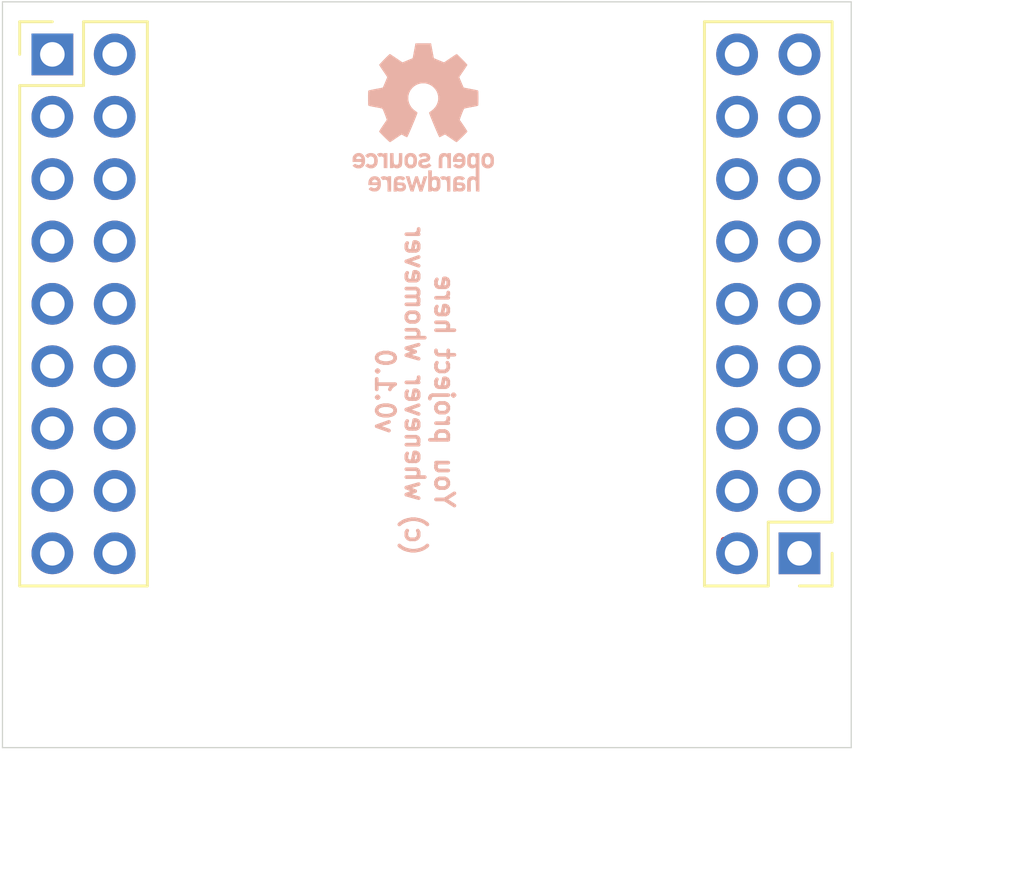
<source format=kicad_pcb>
(kicad_pcb (version 20171130) (host pcbnew "(5.1.9-0-10_14)")

  (general
    (thickness 1.6)
    (drawings 7)
    (tracks 2)
    (zones 0)
    (modules 3)
    (nets 36)
  )

  (page A4)
  (layers
    (0 F.Cu signal)
    (31 B.Cu signal)
    (32 B.Adhes user)
    (33 F.Adhes user)
    (34 B.Paste user)
    (35 F.Paste user)
    (36 B.SilkS user)
    (37 F.SilkS user)
    (38 B.Mask user)
    (39 F.Mask user)
    (40 Dwgs.User user)
    (41 Cmts.User user)
    (42 Eco1.User user)
    (43 Eco2.User user)
    (44 Edge.Cuts user)
    (45 Margin user)
    (46 B.CrtYd user)
    (47 F.CrtYd user)
    (48 B.Fab user)
    (49 F.Fab user)
  )

  (setup
    (last_trace_width 0.25)
    (trace_clearance 0.2)
    (zone_clearance 0.508)
    (zone_45_only no)
    (trace_min 0.2)
    (via_size 0.8)
    (via_drill 0.4)
    (via_min_size 0.4)
    (via_min_drill 0.3)
    (uvia_size 0.3)
    (uvia_drill 0.1)
    (uvias_allowed no)
    (uvia_min_size 0.2)
    (uvia_min_drill 0.1)
    (edge_width 0.05)
    (segment_width 0.2)
    (pcb_text_width 0.3)
    (pcb_text_size 1.5 1.5)
    (mod_edge_width 0.12)
    (mod_text_size 1 1)
    (mod_text_width 0.15)
    (pad_size 1.524 1.524)
    (pad_drill 0.762)
    (pad_to_mask_clearance 0)
    (aux_axis_origin 0 0)
    (grid_origin 132.7404 108.0516)
    (visible_elements FFFFFF7F)
    (pcbplotparams
      (layerselection 0x010fc_ffffffff)
      (usegerberextensions false)
      (usegerberattributes true)
      (usegerberadvancedattributes true)
      (creategerberjobfile true)
      (excludeedgelayer true)
      (linewidth 0.100000)
      (plotframeref false)
      (viasonmask false)
      (mode 1)
      (useauxorigin false)
      (hpglpennumber 1)
      (hpglpenspeed 20)
      (hpglpendiameter 15.000000)
      (psnegative false)
      (psa4output false)
      (plotreference true)
      (plotvalue true)
      (plotinvisibletext false)
      (padsonsilk false)
      (subtractmaskfromsilk false)
      (outputformat 1)
      (mirror false)
      (drillshape 1)
      (scaleselection 1)
      (outputdirectory ""))
  )

  (net 0 "")
  (net 1 /VDD)
  (net 2 /EN)
  (net 3 /IO34)
  (net 4 /IO35)
  (net 5 /IO32)
  (net 6 /IO33)
  (net 7 /IO25)
  (net 8 /IO26)
  (net 9 /IO27)
  (net 10 /IO14)
  (net 11 /IO12)
  (net 12 /IO13)
  (net 13 /SD2)
  (net 14 /SD3)
  (net 15 /IO22)
  (net 16 /IO21)
  (net 17 /IO23)
  (net 18 /IO19)
  (net 19 /IO18)
  (net 20 /IO5)
  (net 21 /IO17)
  (net 22 /IO16)
  (net 23 /IO4)
  (net 24 /IO0)
  (net 25 /IO2)
  (net 26 /IO15)
  (net 27 /SD1)
  (net 28 /SDO)
  (net 29 /CLK)
  (net 30 /CMD)
  (net 31 /GND)
  (net 32 /SVP)
  (net 33 /SVN)
  (net 34 /TXD)
  (net 35 /RXD)

  (net_class Default "This is the default net class."
    (clearance 0.2)
    (trace_width 0.25)
    (via_dia 0.8)
    (via_drill 0.4)
    (uvia_dia 0.3)
    (uvia_drill 0.1)
    (add_net /CLK)
    (add_net /CMD)
    (add_net /EN)
    (add_net /GND)
    (add_net /IO0)
    (add_net /IO12)
    (add_net /IO13)
    (add_net /IO14)
    (add_net /IO15)
    (add_net /IO16)
    (add_net /IO17)
    (add_net /IO18)
    (add_net /IO19)
    (add_net /IO2)
    (add_net /IO21)
    (add_net /IO22)
    (add_net /IO23)
    (add_net /IO25)
    (add_net /IO26)
    (add_net /IO27)
    (add_net /IO32)
    (add_net /IO33)
    (add_net /IO34)
    (add_net /IO35)
    (add_net /IO4)
    (add_net /IO5)
    (add_net /RXD)
    (add_net /SD1)
    (add_net /SD2)
    (add_net /SD3)
    (add_net /SDO)
    (add_net /SVN)
    (add_net /SVP)
    (add_net /TXD)
    (add_net /VDD)
  )

  (module Symbol:OSHW-Logo_5.7x6mm_SilkScreen (layer B.Cu) (tedit 0) (tstamp 618880CD)
    (at 142.621 90.9574 180)
    (descr "Open Source Hardware Logo")
    (tags "Logo OSHW")
    (attr virtual)
    (fp_text reference REF** (at 0 0) (layer B.SilkS) hide
      (effects (font (size 1 1) (thickness 0.15)) (justify mirror))
    )
    (fp_text value OSHW-Logo_5.7x6mm_SilkScreen (at 0.75 0) (layer B.Fab) hide
      (effects (font (size 1 1) (thickness 0.15)) (justify mirror))
    )
    (fp_poly (pts (xy 0.376964 2.709982) (xy 0.433812 2.40843) (xy 0.853338 2.235488) (xy 1.104984 2.406605)
      (xy 1.175458 2.45425) (xy 1.239163 2.49679) (xy 1.293126 2.532285) (xy 1.334373 2.55879)
      (xy 1.359934 2.574364) (xy 1.366895 2.577722) (xy 1.379435 2.569086) (xy 1.406231 2.545208)
      (xy 1.44428 2.509141) (xy 1.490579 2.463933) (xy 1.542123 2.412636) (xy 1.595909 2.358299)
      (xy 1.648935 2.303972) (xy 1.698195 2.252705) (xy 1.740687 2.207549) (xy 1.773407 2.171554)
      (xy 1.793351 2.14777) (xy 1.798119 2.13981) (xy 1.791257 2.125135) (xy 1.77202 2.092986)
      (xy 1.74243 2.046508) (xy 1.70451 1.988844) (xy 1.660282 1.92314) (xy 1.634654 1.885664)
      (xy 1.587941 1.817232) (xy 1.546432 1.75548) (xy 1.51214 1.703481) (xy 1.48708 1.664308)
      (xy 1.473264 1.641035) (xy 1.471188 1.636145) (xy 1.475895 1.622245) (xy 1.488723 1.58985)
      (xy 1.507738 1.543515) (xy 1.531003 1.487794) (xy 1.556584 1.427242) (xy 1.582545 1.366414)
      (xy 1.60695 1.309864) (xy 1.627863 1.262148) (xy 1.643349 1.227819) (xy 1.651472 1.211432)
      (xy 1.651952 1.210788) (xy 1.664707 1.207659) (xy 1.698677 1.200679) (xy 1.75034 1.190533)
      (xy 1.816176 1.177908) (xy 1.892664 1.163491) (xy 1.93729 1.155177) (xy 2.019021 1.139616)
      (xy 2.092843 1.124808) (xy 2.155021 1.111564) (xy 2.201822 1.100695) (xy 2.229509 1.093011)
      (xy 2.235074 1.090573) (xy 2.240526 1.07407) (xy 2.244924 1.0368) (xy 2.248272 0.98312)
      (xy 2.250574 0.917388) (xy 2.251832 0.843963) (xy 2.252048 0.767204) (xy 2.251227 0.691468)
      (xy 2.249371 0.621114) (xy 2.246482 0.5605) (xy 2.242565 0.513984) (xy 2.237622 0.485925)
      (xy 2.234657 0.480084) (xy 2.216934 0.473083) (xy 2.179381 0.463073) (xy 2.126964 0.451231)
      (xy 2.064652 0.438733) (xy 2.0429 0.43469) (xy 1.938024 0.41548) (xy 1.85518 0.400009)
      (xy 1.79163 0.387663) (xy 1.744637 0.377827) (xy 1.711463 0.369886) (xy 1.689371 0.363224)
      (xy 1.675624 0.357227) (xy 1.667484 0.351281) (xy 1.666345 0.350106) (xy 1.654977 0.331174)
      (xy 1.637635 0.294331) (xy 1.61605 0.244087) (xy 1.591954 0.184954) (xy 1.567079 0.121444)
      (xy 1.543157 0.058068) (xy 1.521919 -0.000662) (xy 1.505097 -0.050235) (xy 1.494422 -0.086139)
      (xy 1.491627 -0.103862) (xy 1.49186 -0.104483) (xy 1.501331 -0.11897) (xy 1.522818 -0.150844)
      (xy 1.554063 -0.196789) (xy 1.592807 -0.253485) (xy 1.636793 -0.317617) (xy 1.649319 -0.335842)
      (xy 1.693984 -0.401914) (xy 1.733288 -0.4622) (xy 1.765088 -0.513235) (xy 1.787245 -0.55156)
      (xy 1.797617 -0.573711) (xy 1.798119 -0.576432) (xy 1.789405 -0.590736) (xy 1.765325 -0.619072)
      (xy 1.728976 -0.658396) (xy 1.683453 -0.705661) (xy 1.631852 -0.757823) (xy 1.577267 -0.811835)
      (xy 1.522794 -0.864653) (xy 1.471529 -0.913231) (xy 1.426567 -0.954523) (xy 1.391004 -0.985485)
      (xy 1.367935 -1.00307) (xy 1.361554 -1.005941) (xy 1.346699 -0.999178) (xy 1.316286 -0.980939)
      (xy 1.275268 -0.954297) (xy 1.243709 -0.932852) (xy 1.186525 -0.893503) (xy 1.118806 -0.847171)
      (xy 1.05088 -0.800913) (xy 1.014361 -0.776155) (xy 0.890752 -0.692547) (xy 0.786991 -0.74865)
      (xy 0.73972 -0.773228) (xy 0.699523 -0.792331) (xy 0.672326 -0.803227) (xy 0.665402 -0.804743)
      (xy 0.657077 -0.793549) (xy 0.640654 -0.761917) (xy 0.617357 -0.712765) (xy 0.588414 -0.64901)
      (xy 0.55505 -0.573571) (xy 0.518491 -0.489364) (xy 0.479964 -0.399308) (xy 0.440694 -0.306321)
      (xy 0.401908 -0.21332) (xy 0.36483 -0.123223) (xy 0.330689 -0.038948) (xy 0.300708 0.036587)
      (xy 0.276116 0.100466) (xy 0.258136 0.149769) (xy 0.247997 0.181579) (xy 0.246366 0.192504)
      (xy 0.259291 0.206439) (xy 0.287589 0.22906) (xy 0.325346 0.255667) (xy 0.328515 0.257772)
      (xy 0.4261 0.335886) (xy 0.504786 0.427018) (xy 0.563891 0.528255) (xy 0.602732 0.636682)
      (xy 0.620628 0.749386) (xy 0.616897 0.863452) (xy 0.590857 0.975966) (xy 0.541825 1.084015)
      (xy 0.5274 1.107655) (xy 0.452369 1.203113) (xy 0.36373 1.279768) (xy 0.264549 1.33722)
      (xy 0.157895 1.375071) (xy 0.046836 1.392922) (xy -0.065561 1.390375) (xy -0.176227 1.36703)
      (xy -0.282094 1.32249) (xy -0.380095 1.256355) (xy -0.41041 1.229513) (xy -0.487562 1.145488)
      (xy -0.543782 1.057034) (xy -0.582347 0.957885) (xy -0.603826 0.859697) (xy -0.609128 0.749303)
      (xy -0.591448 0.63836) (xy -0.552581 0.530619) (xy -0.494323 0.429831) (xy -0.418469 0.339744)
      (xy -0.326817 0.264108) (xy -0.314772 0.256136) (xy -0.276611 0.230026) (xy -0.247601 0.207405)
      (xy -0.233732 0.192961) (xy -0.233531 0.192504) (xy -0.236508 0.176879) (xy -0.248311 0.141418)
      (xy -0.267714 0.089038) (xy -0.293488 0.022655) (xy -0.324409 -0.054814) (xy -0.359249 -0.14045)
      (xy -0.396783 -0.231337) (xy -0.435783 -0.324559) (xy -0.475023 -0.417197) (xy -0.513276 -0.506335)
      (xy -0.549317 -0.589055) (xy -0.581917 -0.662441) (xy -0.609852 -0.723575) (xy -0.631895 -0.769541)
      (xy -0.646818 -0.797421) (xy -0.652828 -0.804743) (xy -0.671191 -0.799041) (xy -0.705552 -0.783749)
      (xy -0.749984 -0.761599) (xy -0.774417 -0.74865) (xy -0.878178 -0.692547) (xy -1.001787 -0.776155)
      (xy -1.064886 -0.818987) (xy -1.13397 -0.866122) (xy -1.198707 -0.910503) (xy -1.231134 -0.932852)
      (xy -1.276741 -0.963477) (xy -1.31536 -0.987747) (xy -1.341952 -1.002587) (xy -1.35059 -1.005724)
      (xy -1.363161 -0.997261) (xy -1.390984 -0.973636) (xy -1.431361 -0.937302) (xy -1.481595 -0.890711)
      (xy -1.538988 -0.836317) (xy -1.575286 -0.801392) (xy -1.63879 -0.738996) (xy -1.693673 -0.683188)
      (xy -1.737714 -0.636354) (xy -1.768695 -0.600882) (xy -1.784398 -0.579161) (xy -1.785905 -0.574752)
      (xy -1.778914 -0.557985) (xy -1.759594 -0.524082) (xy -1.730091 -0.476476) (xy -1.692545 -0.418599)
      (xy -1.6491 -0.353884) (xy -1.636745 -0.335842) (xy -1.591727 -0.270267) (xy -1.55134 -0.211228)
      (xy -1.51784 -0.162042) (xy -1.493486 -0.126028) (xy -1.480536 -0.106502) (xy -1.479285 -0.104483)
      (xy -1.481156 -0.088922) (xy -1.491087 -0.054709) (xy -1.507347 -0.006355) (xy -1.528205 0.051629)
      (xy -1.551927 0.11473) (xy -1.576784 0.178437) (xy -1.601042 0.238239) (xy -1.622971 0.289624)
      (xy -1.640838 0.328081) (xy -1.652913 0.349098) (xy -1.653771 0.350106) (xy -1.661154 0.356112)
      (xy -1.673625 0.362052) (xy -1.69392 0.36854) (xy -1.724778 0.376191) (xy -1.768934 0.38562)
      (xy -1.829126 0.397441) (xy -1.908093 0.412271) (xy -2.00857 0.430723) (xy -2.030325 0.43469)
      (xy -2.094802 0.447147) (xy -2.151011 0.459334) (xy -2.193987 0.470074) (xy -2.21876 0.478191)
      (xy -2.222082 0.480084) (xy -2.227556 0.496862) (xy -2.232006 0.534355) (xy -2.235428 0.588206)
      (xy -2.237819 0.654056) (xy -2.239177 0.727547) (xy -2.239499 0.80432) (xy -2.238781 0.880017)
      (xy -2.237021 0.95028) (xy -2.234216 1.01075) (xy -2.230362 1.05707) (xy -2.225457 1.084881)
      (xy -2.2225 1.090573) (xy -2.206037 1.096314) (xy -2.168551 1.105655) (xy -2.113775 1.117785)
      (xy -2.045445 1.131893) (xy -1.967294 1.14717) (xy -1.924716 1.155177) (xy -1.843929 1.170279)
      (xy -1.771887 1.18396) (xy -1.712111 1.195533) (xy -1.668121 1.204313) (xy -1.643439 1.209613)
      (xy -1.639377 1.210788) (xy -1.632511 1.224035) (xy -1.617998 1.255943) (xy -1.597771 1.301953)
      (xy -1.573766 1.357508) (xy -1.547918 1.418047) (xy -1.52216 1.479014) (xy -1.498427 1.535849)
      (xy -1.478654 1.583994) (xy -1.464776 1.61889) (xy -1.458726 1.635979) (xy -1.458614 1.636726)
      (xy -1.465472 1.650207) (xy -1.484698 1.68123) (xy -1.514272 1.726711) (xy -1.552173 1.783568)
      (xy -1.59638 1.848717) (xy -1.622079 1.886138) (xy -1.668907 1.954753) (xy -1.710499 2.017048)
      (xy -1.744825 2.069871) (xy -1.769857 2.110073) (xy -1.783565 2.1345) (xy -1.785544 2.139976)
      (xy -1.777034 2.152722) (xy -1.753507 2.179937) (xy -1.717968 2.218572) (xy -1.673423 2.265577)
      (xy -1.622877 2.317905) (xy -1.569336 2.372505) (xy -1.515805 2.42633) (xy -1.465289 2.47633)
      (xy -1.420794 2.519457) (xy -1.385325 2.552661) (xy -1.361887 2.572894) (xy -1.354046 2.577722)
      (xy -1.34128 2.570933) (xy -1.310744 2.551858) (xy -1.26541 2.522439) (xy -1.208244 2.484619)
      (xy -1.142216 2.440339) (xy -1.09241 2.406605) (xy -0.840764 2.235488) (xy -0.631001 2.321959)
      (xy -0.421237 2.40843) (xy -0.364389 2.709982) (xy -0.30754 3.011534) (xy 0.320115 3.011534)
      (xy 0.376964 2.709982)) (layer B.SilkS) (width 0.01))
    (fp_poly (pts (xy 1.79946 -1.45803) (xy 1.842711 -1.471245) (xy 1.870558 -1.487941) (xy 1.879629 -1.501145)
      (xy 1.877132 -1.516797) (xy 1.860931 -1.541385) (xy 1.847232 -1.5588) (xy 1.818992 -1.590283)
      (xy 1.797775 -1.603529) (xy 1.779688 -1.602664) (xy 1.726035 -1.58901) (xy 1.68663 -1.58963)
      (xy 1.654632 -1.605104) (xy 1.64389 -1.614161) (xy 1.609505 -1.646027) (xy 1.609505 -2.062179)
      (xy 1.471188 -2.062179) (xy 1.471188 -1.458614) (xy 1.540347 -1.458614) (xy 1.581869 -1.460256)
      (xy 1.603291 -1.466087) (xy 1.609502 -1.477461) (xy 1.609505 -1.477798) (xy 1.612439 -1.489713)
      (xy 1.625704 -1.488159) (xy 1.644084 -1.479563) (xy 1.682046 -1.463568) (xy 1.712872 -1.453945)
      (xy 1.752536 -1.451478) (xy 1.79946 -1.45803)) (layer B.SilkS) (width 0.01))
    (fp_poly (pts (xy -0.754012 -1.469002) (xy -0.722717 -1.48395) (xy -0.692409 -1.505541) (xy -0.669318 -1.530391)
      (xy -0.6525 -1.562087) (xy -0.641006 -1.604214) (xy -0.633891 -1.660358) (xy -0.630207 -1.734106)
      (xy -0.629008 -1.829044) (xy -0.628989 -1.838985) (xy -0.628713 -2.062179) (xy -0.76703 -2.062179)
      (xy -0.76703 -1.856418) (xy -0.767128 -1.780189) (xy -0.767809 -1.724939) (xy -0.769651 -1.686501)
      (xy -0.773233 -1.660706) (xy -0.779132 -1.643384) (xy -0.787927 -1.630368) (xy -0.80018 -1.617507)
      (xy -0.843047 -1.589873) (xy -0.889843 -1.584745) (xy -0.934424 -1.602217) (xy -0.949928 -1.615221)
      (xy -0.96131 -1.627447) (xy -0.969481 -1.64054) (xy -0.974974 -1.658615) (xy -0.97832 -1.685787)
      (xy -0.980051 -1.72617) (xy -0.980697 -1.783879) (xy -0.980792 -1.854132) (xy -0.980792 -2.062179)
      (xy -1.119109 -2.062179) (xy -1.119109 -1.458614) (xy -1.04995 -1.458614) (xy -1.008428 -1.460256)
      (xy -0.987006 -1.466087) (xy -0.980795 -1.477461) (xy -0.980792 -1.477798) (xy -0.97791 -1.488938)
      (xy -0.965199 -1.487674) (xy -0.939926 -1.475434) (xy -0.882605 -1.457424) (xy -0.817037 -1.455421)
      (xy -0.754012 -1.469002)) (layer B.SilkS) (width 0.01))
    (fp_poly (pts (xy 2.677898 -1.456457) (xy 2.710096 -1.464279) (xy 2.771825 -1.492921) (xy 2.82461 -1.536667)
      (xy 2.861141 -1.589117) (xy 2.86616 -1.600893) (xy 2.873045 -1.63174) (xy 2.877864 -1.677371)
      (xy 2.879505 -1.723492) (xy 2.879505 -1.810693) (xy 2.697178 -1.810693) (xy 2.621979 -1.810978)
      (xy 2.569003 -1.812704) (xy 2.535325 -1.817181) (xy 2.51802 -1.82572) (xy 2.514163 -1.83963)
      (xy 2.520829 -1.860222) (xy 2.53277 -1.884315) (xy 2.56608 -1.924525) (xy 2.612368 -1.944558)
      (xy 2.668944 -1.943905) (xy 2.733031 -1.922101) (xy 2.788417 -1.895193) (xy 2.834375 -1.931532)
      (xy 2.880333 -1.967872) (xy 2.837096 -2.007819) (xy 2.779374 -2.045563) (xy 2.708386 -2.06832)
      (xy 2.632029 -2.074688) (xy 2.558199 -2.063268) (xy 2.546287 -2.059393) (xy 2.481399 -2.025506)
      (xy 2.43313 -1.974986) (xy 2.400465 -1.906325) (xy 2.382385 -1.818014) (xy 2.382175 -1.816121)
      (xy 2.380556 -1.719878) (xy 2.3871 -1.685542) (xy 2.514852 -1.685542) (xy 2.526584 -1.690822)
      (xy 2.558438 -1.694867) (xy 2.605397 -1.697176) (xy 2.635154 -1.697525) (xy 2.690648 -1.697306)
      (xy 2.725346 -1.695916) (xy 2.743601 -1.692251) (xy 2.749766 -1.68521) (xy 2.748195 -1.67369)
      (xy 2.746878 -1.669233) (xy 2.724382 -1.627355) (xy 2.689003 -1.593604) (xy 2.65778 -1.578773)
      (xy 2.616301 -1.579668) (xy 2.574269 -1.598164) (xy 2.539012 -1.628786) (xy 2.517854 -1.666062)
      (xy 2.514852 -1.685542) (xy 2.3871 -1.685542) (xy 2.39669 -1.635229) (xy 2.428698 -1.564191)
      (xy 2.474701 -1.508779) (xy 2.532821 -1.471009) (xy 2.60118 -1.452896) (xy 2.677898 -1.456457)) (layer B.SilkS) (width 0.01))
    (fp_poly (pts (xy 2.217226 -1.46388) (xy 2.29008 -1.49483) (xy 2.313027 -1.509895) (xy 2.342354 -1.533048)
      (xy 2.360764 -1.551253) (xy 2.363961 -1.557183) (xy 2.354935 -1.57034) (xy 2.331837 -1.592667)
      (xy 2.313344 -1.60825) (xy 2.262728 -1.648926) (xy 2.22276 -1.615295) (xy 2.191874 -1.593584)
      (xy 2.161759 -1.58609) (xy 2.127292 -1.58792) (xy 2.072561 -1.601528) (xy 2.034886 -1.629772)
      (xy 2.011991 -1.675433) (xy 2.001597 -1.741289) (xy 2.001595 -1.741331) (xy 2.002494 -1.814939)
      (xy 2.016463 -1.868946) (xy 2.044328 -1.905716) (xy 2.063325 -1.918168) (xy 2.113776 -1.933673)
      (xy 2.167663 -1.933683) (xy 2.214546 -1.918638) (xy 2.225644 -1.911287) (xy 2.253476 -1.892511)
      (xy 2.275236 -1.889434) (xy 2.298704 -1.903409) (xy 2.324649 -1.92851) (xy 2.365716 -1.97088)
      (xy 2.320121 -2.008464) (xy 2.249674 -2.050882) (xy 2.170233 -2.071785) (xy 2.087215 -2.070272)
      (xy 2.032694 -2.056411) (xy 1.96897 -2.022135) (xy 1.918005 -1.968212) (xy 1.894851 -1.930149)
      (xy 1.876099 -1.875536) (xy 1.866715 -1.806369) (xy 1.866643 -1.731407) (xy 1.875824 -1.659409)
      (xy 1.894199 -1.599137) (xy 1.897093 -1.592958) (xy 1.939952 -1.532351) (xy 1.997979 -1.488224)
      (xy 2.066591 -1.461493) (xy 2.141201 -1.453073) (xy 2.217226 -1.46388)) (layer B.SilkS) (width 0.01))
    (fp_poly (pts (xy 0.993367 -1.654342) (xy 0.994555 -1.746563) (xy 0.998897 -1.81661) (xy 1.007558 -1.867381)
      (xy 1.021704 -1.901772) (xy 1.0425 -1.922679) (xy 1.07111 -1.933) (xy 1.106535 -1.935636)
      (xy 1.143636 -1.932682) (xy 1.171818 -1.921889) (xy 1.192243 -1.90036) (xy 1.206079 -1.865199)
      (xy 1.214491 -1.81351) (xy 1.218643 -1.742394) (xy 1.219703 -1.654342) (xy 1.219703 -1.458614)
      (xy 1.35802 -1.458614) (xy 1.35802 -2.062179) (xy 1.288862 -2.062179) (xy 1.24717 -2.060489)
      (xy 1.225701 -2.054556) (xy 1.219703 -2.043293) (xy 1.216091 -2.033261) (xy 1.201714 -2.035383)
      (xy 1.172736 -2.04958) (xy 1.106319 -2.07148) (xy 1.035875 -2.069928) (xy 0.968377 -2.046147)
      (xy 0.936233 -2.027362) (xy 0.911715 -2.007022) (xy 0.893804 -1.981573) (xy 0.881479 -1.947458)
      (xy 0.873723 -1.901121) (xy 0.869516 -1.839007) (xy 0.86784 -1.757561) (xy 0.867624 -1.694578)
      (xy 0.867624 -1.458614) (xy 0.993367 -1.458614) (xy 0.993367 -1.654342)) (layer B.SilkS) (width 0.01))
    (fp_poly (pts (xy 0.610762 -1.466055) (xy 0.674363 -1.500692) (xy 0.724123 -1.555372) (xy 0.747568 -1.599842)
      (xy 0.757634 -1.639121) (xy 0.764156 -1.695116) (xy 0.766951 -1.759621) (xy 0.765836 -1.824429)
      (xy 0.760626 -1.881334) (xy 0.754541 -1.911727) (xy 0.734014 -1.953306) (xy 0.698463 -1.997468)
      (xy 0.655619 -2.036087) (xy 0.613211 -2.061034) (xy 0.612177 -2.06143) (xy 0.559553 -2.072331)
      (xy 0.497188 -2.072601) (xy 0.437924 -2.062676) (xy 0.41504 -2.054722) (xy 0.356102 -2.0213)
      (xy 0.31389 -1.977511) (xy 0.286156 -1.919538) (xy 0.270651 -1.843565) (xy 0.267143 -1.803771)
      (xy 0.26759 -1.753766) (xy 0.402376 -1.753766) (xy 0.406917 -1.826732) (xy 0.419986 -1.882334)
      (xy 0.440756 -1.917861) (xy 0.455552 -1.92802) (xy 0.493464 -1.935104) (xy 0.538527 -1.933007)
      (xy 0.577487 -1.922812) (xy 0.587704 -1.917204) (xy 0.614659 -1.884538) (xy 0.632451 -1.834545)
      (xy 0.640024 -1.773705) (xy 0.636325 -1.708497) (xy 0.628057 -1.669253) (xy 0.60432 -1.623805)
      (xy 0.566849 -1.595396) (xy 0.52172 -1.585573) (xy 0.475011 -1.595887) (xy 0.439132 -1.621112)
      (xy 0.420277 -1.641925) (xy 0.409272 -1.662439) (xy 0.404026 -1.690203) (xy 0.402449 -1.732762)
      (xy 0.402376 -1.753766) (xy 0.26759 -1.753766) (xy 0.268094 -1.69758) (xy 0.285388 -1.610501)
      (xy 0.319029 -1.54253) (xy 0.369018 -1.493664) (xy 0.435356 -1.463899) (xy 0.449601 -1.460448)
      (xy 0.53521 -1.452345) (xy 0.610762 -1.466055)) (layer B.SilkS) (width 0.01))
    (fp_poly (pts (xy 0.014017 -1.456452) (xy 0.061634 -1.465482) (xy 0.111034 -1.48437) (xy 0.116312 -1.486777)
      (xy 0.153774 -1.506476) (xy 0.179717 -1.524781) (xy 0.188103 -1.536508) (xy 0.180117 -1.555632)
      (xy 0.16072 -1.58385) (xy 0.15211 -1.594384) (xy 0.116628 -1.635847) (xy 0.070885 -1.608858)
      (xy 0.02735 -1.590878) (xy -0.02295 -1.581267) (xy -0.071188 -1.58066) (xy -0.108533 -1.589691)
      (xy -0.117495 -1.595327) (xy -0.134563 -1.621171) (xy -0.136637 -1.650941) (xy -0.123866 -1.674197)
      (xy -0.116312 -1.678708) (xy -0.093675 -1.684309) (xy -0.053885 -1.690892) (xy -0.004834 -1.697183)
      (xy 0.004215 -1.69817) (xy 0.082996 -1.711798) (xy 0.140136 -1.734946) (xy 0.17803 -1.769752)
      (xy 0.199079 -1.818354) (xy 0.205635 -1.877718) (xy 0.196577 -1.945198) (xy 0.167164 -1.998188)
      (xy 0.117278 -2.036783) (xy 0.0468 -2.061081) (xy -0.031435 -2.070667) (xy -0.095234 -2.070552)
      (xy -0.146984 -2.061845) (xy -0.182327 -2.049825) (xy -0.226983 -2.02888) (xy -0.268253 -2.004574)
      (xy -0.282921 -1.993876) (xy -0.320643 -1.963084) (xy -0.275148 -1.917049) (xy -0.229653 -1.871013)
      (xy -0.177928 -1.905243) (xy -0.126048 -1.930952) (xy -0.070649 -1.944399) (xy -0.017395 -1.945818)
      (xy 0.028049 -1.935443) (xy 0.060016 -1.913507) (xy 0.070338 -1.894998) (xy 0.068789 -1.865314)
      (xy 0.04314 -1.842615) (xy -0.00654 -1.82694) (xy -0.060969 -1.819695) (xy -0.144736 -1.805873)
      (xy -0.206967 -1.779796) (xy -0.248493 -1.740699) (xy -0.270147 -1.68782) (xy -0.273147 -1.625126)
      (xy -0.258329 -1.559642) (xy -0.224546 -1.510144) (xy -0.171495 -1.476408) (xy -0.098874 -1.458207)
      (xy -0.045072 -1.454639) (xy 0.014017 -1.456452)) (layer B.SilkS) (width 0.01))
    (fp_poly (pts (xy -1.356699 -1.472614) (xy -1.344168 -1.478514) (xy -1.300799 -1.510283) (xy -1.25979 -1.556646)
      (xy -1.229168 -1.607696) (xy -1.220459 -1.631166) (xy -1.212512 -1.673091) (xy -1.207774 -1.723757)
      (xy -1.207199 -1.744679) (xy -1.207129 -1.810693) (xy -1.587083 -1.810693) (xy -1.578983 -1.845273)
      (xy -1.559104 -1.88617) (xy -1.524347 -1.921514) (xy -1.482998 -1.944282) (xy -1.456649 -1.94901)
      (xy -1.420916 -1.943273) (xy -1.378282 -1.928882) (xy -1.363799 -1.922262) (xy -1.31024 -1.895513)
      (xy -1.264533 -1.930376) (xy -1.238158 -1.953955) (xy -1.224124 -1.973417) (xy -1.223414 -1.979129)
      (xy -1.235951 -1.992973) (xy -1.263428 -2.014012) (xy -1.288366 -2.030425) (xy -1.355664 -2.05993)
      (xy -1.43111 -2.073284) (xy -1.505888 -2.069812) (xy -1.565495 -2.051663) (xy -1.626941 -2.012784)
      (xy -1.670608 -1.961595) (xy -1.697926 -1.895367) (xy -1.710322 -1.811371) (xy -1.711421 -1.772936)
      (xy -1.707022 -1.684861) (xy -1.706482 -1.682299) (xy -1.580582 -1.682299) (xy -1.577115 -1.690558)
      (xy -1.562863 -1.695113) (xy -1.53347 -1.697065) (xy -1.484575 -1.697517) (xy -1.465748 -1.697525)
      (xy -1.408467 -1.696843) (xy -1.372141 -1.694364) (xy -1.352604 -1.689443) (xy -1.34569 -1.681434)
      (xy -1.345445 -1.678862) (xy -1.353336 -1.658423) (xy -1.373085 -1.629789) (xy -1.381575 -1.619763)
      (xy -1.413094 -1.591408) (xy -1.445949 -1.580259) (xy -1.463651 -1.579327) (xy -1.511539 -1.590981)
      (xy -1.551699 -1.622285) (xy -1.577173 -1.667752) (xy -1.577625 -1.669233) (xy -1.580582 -1.682299)
      (xy -1.706482 -1.682299) (xy -1.692392 -1.61551) (xy -1.666038 -1.560025) (xy -1.633807 -1.520639)
      (xy -1.574217 -1.477931) (xy -1.504168 -1.455109) (xy -1.429661 -1.453046) (xy -1.356699 -1.472614)) (layer B.SilkS) (width 0.01))
    (fp_poly (pts (xy -2.538261 -1.465148) (xy -2.472479 -1.494231) (xy -2.42254 -1.542793) (xy -2.388374 -1.610908)
      (xy -2.369907 -1.698651) (xy -2.368583 -1.712351) (xy -2.367546 -1.808939) (xy -2.380993 -1.893602)
      (xy -2.408108 -1.962221) (xy -2.422627 -1.984294) (xy -2.473201 -2.031011) (xy -2.537609 -2.061268)
      (xy -2.609666 -2.073824) (xy -2.683185 -2.067439) (xy -2.739072 -2.047772) (xy -2.787132 -2.014629)
      (xy -2.826412 -1.971175) (xy -2.827092 -1.970158) (xy -2.843044 -1.943338) (xy -2.85341 -1.916368)
      (xy -2.859688 -1.882332) (xy -2.863373 -1.83431) (xy -2.864997 -1.794931) (xy -2.865672 -1.759219)
      (xy -2.739955 -1.759219) (xy -2.738726 -1.79477) (xy -2.734266 -1.842094) (xy -2.726397 -1.872465)
      (xy -2.712207 -1.894072) (xy -2.698917 -1.906694) (xy -2.651802 -1.933122) (xy -2.602505 -1.936653)
      (xy -2.556593 -1.917639) (xy -2.533638 -1.896331) (xy -2.517096 -1.874859) (xy -2.507421 -1.854313)
      (xy -2.503174 -1.827574) (xy -2.50292 -1.787523) (xy -2.504228 -1.750638) (xy -2.507043 -1.697947)
      (xy -2.511505 -1.663772) (xy -2.519548 -1.64148) (xy -2.533103 -1.624442) (xy -2.543845 -1.614703)
      (xy -2.588777 -1.589123) (xy -2.637249 -1.587847) (xy -2.677894 -1.602999) (xy -2.712567 -1.634642)
      (xy -2.733224 -1.68662) (xy -2.739955 -1.759219) (xy -2.865672 -1.759219) (xy -2.866479 -1.716621)
      (xy -2.863948 -1.658056) (xy -2.856362 -1.614007) (xy -2.842681 -1.579248) (xy -2.821865 -1.548551)
      (xy -2.814147 -1.539436) (xy -2.765889 -1.494021) (xy -2.714128 -1.467493) (xy -2.650828 -1.456379)
      (xy -2.619961 -1.455471) (xy -2.538261 -1.465148)) (layer B.SilkS) (width 0.01))
    (fp_poly (pts (xy 2.032581 -2.40497) (xy 2.092685 -2.420597) (xy 2.143021 -2.452848) (xy 2.167393 -2.47694)
      (xy 2.207345 -2.533895) (xy 2.230242 -2.599965) (xy 2.238108 -2.681182) (xy 2.238148 -2.687748)
      (xy 2.238218 -2.753763) (xy 1.858264 -2.753763) (xy 1.866363 -2.788342) (xy 1.880987 -2.819659)
      (xy 1.906581 -2.852291) (xy 1.911935 -2.8575) (xy 1.957943 -2.885694) (xy 2.01041 -2.890475)
      (xy 2.070803 -2.871926) (xy 2.08104 -2.866931) (xy 2.112439 -2.851745) (xy 2.13347 -2.843094)
      (xy 2.137139 -2.842293) (xy 2.149948 -2.850063) (xy 2.174378 -2.869072) (xy 2.186779 -2.87946)
      (xy 2.212476 -2.903321) (xy 2.220915 -2.919077) (xy 2.215058 -2.933571) (xy 2.211928 -2.937534)
      (xy 2.190725 -2.954879) (xy 2.155738 -2.975959) (xy 2.131337 -2.988265) (xy 2.062072 -3.009946)
      (xy 1.985388 -3.016971) (xy 1.912765 -3.008647) (xy 1.892426 -3.002686) (xy 1.829476 -2.968952)
      (xy 1.782815 -2.917045) (xy 1.752173 -2.846459) (xy 1.737282 -2.756692) (xy 1.735647 -2.709753)
      (xy 1.740421 -2.641413) (xy 1.86099 -2.641413) (xy 1.872652 -2.646465) (xy 1.903998 -2.650429)
      (xy 1.949571 -2.652768) (xy 1.980446 -2.653169) (xy 2.035981 -2.652783) (xy 2.071033 -2.650975)
      (xy 2.090262 -2.646773) (xy 2.09833 -2.639203) (xy 2.099901 -2.628218) (xy 2.089121 -2.594381)
      (xy 2.06198 -2.56094) (xy 2.026277 -2.535272) (xy 1.99056 -2.524772) (xy 1.942048 -2.534086)
      (xy 1.900053 -2.561013) (xy 1.870936 -2.599827) (xy 1.86099 -2.641413) (xy 1.740421 -2.641413)
      (xy 1.742599 -2.610236) (xy 1.764055 -2.530949) (xy 1.80047 -2.471263) (xy 1.852297 -2.430549)
      (xy 1.91999 -2.408179) (xy 1.956662 -2.403871) (xy 2.032581 -2.40497)) (layer B.SilkS) (width 0.01))
    (fp_poly (pts (xy 1.635255 -2.401486) (xy 1.683595 -2.411015) (xy 1.711114 -2.425125) (xy 1.740064 -2.448568)
      (xy 1.698876 -2.500571) (xy 1.673482 -2.532064) (xy 1.656238 -2.547428) (xy 1.639102 -2.549776)
      (xy 1.614027 -2.542217) (xy 1.602257 -2.537941) (xy 1.55427 -2.531631) (xy 1.510324 -2.545156)
      (xy 1.47806 -2.57571) (xy 1.472819 -2.585452) (xy 1.467112 -2.611258) (xy 1.462706 -2.658817)
      (xy 1.459811 -2.724758) (xy 1.458631 -2.80571) (xy 1.458614 -2.817226) (xy 1.458614 -3.017822)
      (xy 1.320297 -3.017822) (xy 1.320297 -2.401683) (xy 1.389456 -2.401683) (xy 1.429333 -2.402725)
      (xy 1.450107 -2.407358) (xy 1.457789 -2.417849) (xy 1.458614 -2.427745) (xy 1.458614 -2.453806)
      (xy 1.491745 -2.427745) (xy 1.529735 -2.409965) (xy 1.58077 -2.401174) (xy 1.635255 -2.401486)) (layer B.SilkS) (width 0.01))
    (fp_poly (pts (xy 1.038411 -2.405417) (xy 1.091411 -2.41829) (xy 1.106731 -2.42511) (xy 1.136428 -2.442974)
      (xy 1.15922 -2.463093) (xy 1.176083 -2.488962) (xy 1.187998 -2.524073) (xy 1.195942 -2.57192)
      (xy 1.200894 -2.635996) (xy 1.203831 -2.719794) (xy 1.204947 -2.775768) (xy 1.209052 -3.017822)
      (xy 1.138932 -3.017822) (xy 1.096393 -3.016038) (xy 1.074476 -3.009942) (xy 1.068812 -2.999706)
      (xy 1.065821 -2.988637) (xy 1.052451 -2.990754) (xy 1.034233 -2.999629) (xy 0.988624 -3.013233)
      (xy 0.930007 -3.016899) (xy 0.868354 -3.010903) (xy 0.813638 -2.995521) (xy 0.80873 -2.993386)
      (xy 0.758723 -2.958255) (xy 0.725756 -2.909419) (xy 0.710587 -2.852333) (xy 0.711746 -2.831824)
      (xy 0.835508 -2.831824) (xy 0.846413 -2.859425) (xy 0.878745 -2.879204) (xy 0.93091 -2.889819)
      (xy 0.958787 -2.891228) (xy 1.005247 -2.88762) (xy 1.036129 -2.873597) (xy 1.043664 -2.866931)
      (xy 1.064076 -2.830666) (xy 1.068812 -2.797773) (xy 1.068812 -2.753763) (xy 1.007513 -2.753763)
      (xy 0.936256 -2.757395) (xy 0.886276 -2.768818) (xy 0.854696 -2.788824) (xy 0.847626 -2.797743)
      (xy 0.835508 -2.831824) (xy 0.711746 -2.831824) (xy 0.713971 -2.792456) (xy 0.736663 -2.735244)
      (xy 0.767624 -2.69658) (xy 0.786376 -2.679864) (xy 0.804733 -2.668878) (xy 0.828619 -2.66218)
      (xy 0.863957 -2.658326) (xy 0.916669 -2.655873) (xy 0.937577 -2.655168) (xy 1.068812 -2.650879)
      (xy 1.06862 -2.611158) (xy 1.063537 -2.569405) (xy 1.045162 -2.544158) (xy 1.008039 -2.52803)
      (xy 1.007043 -2.527742) (xy 0.95441 -2.5214) (xy 0.902906 -2.529684) (xy 0.86463 -2.549827)
      (xy 0.849272 -2.559773) (xy 0.83273 -2.558397) (xy 0.807275 -2.543987) (xy 0.792328 -2.533817)
      (xy 0.763091 -2.512088) (xy 0.74498 -2.4958) (xy 0.742074 -2.491137) (xy 0.75404 -2.467005)
      (xy 0.789396 -2.438185) (xy 0.804753 -2.428461) (xy 0.848901 -2.411714) (xy 0.908398 -2.402227)
      (xy 0.974487 -2.400095) (xy 1.038411 -2.405417)) (layer B.SilkS) (width 0.01))
    (fp_poly (pts (xy 0.281524 -2.404237) (xy 0.331255 -2.407971) (xy 0.461291 -2.797773) (xy 0.481678 -2.728614)
      (xy 0.493946 -2.685874) (xy 0.510085 -2.628115) (xy 0.527512 -2.564625) (xy 0.536726 -2.53057)
      (xy 0.571388 -2.401683) (xy 0.714391 -2.401683) (xy 0.671646 -2.536857) (xy 0.650596 -2.603342)
      (xy 0.625167 -2.683539) (xy 0.59861 -2.767193) (xy 0.574902 -2.841782) (xy 0.520902 -3.011535)
      (xy 0.462598 -3.015328) (xy 0.404295 -3.019122) (xy 0.372679 -2.914734) (xy 0.353182 -2.849889)
      (xy 0.331904 -2.7784) (xy 0.313308 -2.715263) (xy 0.312574 -2.71275) (xy 0.298684 -2.669969)
      (xy 0.286429 -2.640779) (xy 0.277846 -2.629741) (xy 0.276082 -2.631018) (xy 0.269891 -2.64813)
      (xy 0.258128 -2.684787) (xy 0.242225 -2.736378) (xy 0.223614 -2.798294) (xy 0.213543 -2.832352)
      (xy 0.159007 -3.017822) (xy 0.043264 -3.017822) (xy -0.049263 -2.725471) (xy -0.075256 -2.643462)
      (xy -0.098934 -2.568987) (xy -0.11918 -2.505544) (xy -0.134874 -2.456632) (xy -0.144898 -2.425749)
      (xy -0.147945 -2.416726) (xy -0.145533 -2.407487) (xy -0.126592 -2.403441) (xy -0.087177 -2.403846)
      (xy -0.081007 -2.404152) (xy -0.007914 -2.407971) (xy 0.039957 -2.58401) (xy 0.057553 -2.648211)
      (xy 0.073277 -2.704649) (xy 0.085746 -2.748422) (xy 0.093574 -2.77463) (xy 0.09502 -2.778903)
      (xy 0.101014 -2.77399) (xy 0.113101 -2.748532) (xy 0.129893 -2.705997) (xy 0.150003 -2.64985)
      (xy 0.167003 -2.59913) (xy 0.231794 -2.400504) (xy 0.281524 -2.404237)) (layer B.SilkS) (width 0.01))
    (fp_poly (pts (xy -0.201188 -3.017822) (xy -0.270346 -3.017822) (xy -0.310488 -3.016645) (xy -0.331394 -3.011772)
      (xy -0.338922 -3.001186) (xy -0.339505 -2.994029) (xy -0.340774 -2.979676) (xy -0.348779 -2.976923)
      (xy -0.369815 -2.985771) (xy -0.386173 -2.994029) (xy -0.448977 -3.013597) (xy -0.517248 -3.014729)
      (xy -0.572752 -3.000135) (xy -0.624438 -2.964877) (xy -0.663838 -2.912835) (xy -0.685413 -2.85145)
      (xy -0.685962 -2.848018) (xy -0.689167 -2.810571) (xy -0.690761 -2.756813) (xy -0.690633 -2.716155)
      (xy -0.553279 -2.716155) (xy -0.550097 -2.770194) (xy -0.542859 -2.814735) (xy -0.53306 -2.839888)
      (xy -0.495989 -2.87426) (xy -0.451974 -2.886582) (xy -0.406584 -2.876618) (xy -0.367797 -2.846895)
      (xy -0.353108 -2.826905) (xy -0.344519 -2.80305) (xy -0.340496 -2.76823) (xy -0.339505 -2.71593)
      (xy -0.341278 -2.664139) (xy -0.345963 -2.618634) (xy -0.352603 -2.588181) (xy -0.35371 -2.585452)
      (xy -0.380491 -2.553) (xy -0.419579 -2.535183) (xy -0.463315 -2.532306) (xy -0.504038 -2.544674)
      (xy -0.534087 -2.572593) (xy -0.537204 -2.578148) (xy -0.546961 -2.612022) (xy -0.552277 -2.660728)
      (xy -0.553279 -2.716155) (xy -0.690633 -2.716155) (xy -0.690568 -2.69554) (xy -0.689664 -2.662563)
      (xy -0.683514 -2.580981) (xy -0.670733 -2.51973) (xy -0.649471 -2.474449) (xy -0.617878 -2.440779)
      (xy -0.587207 -2.421014) (xy -0.544354 -2.40712) (xy -0.491056 -2.402354) (xy -0.43648 -2.406236)
      (xy -0.389792 -2.418282) (xy -0.365124 -2.432693) (xy -0.339505 -2.455878) (xy -0.339505 -2.162773)
      (xy -0.201188 -2.162773) (xy -0.201188 -3.017822)) (layer B.SilkS) (width 0.01))
    (fp_poly (pts (xy -0.993356 -2.40302) (xy -0.974539 -2.40866) (xy -0.968473 -2.421053) (xy -0.968218 -2.426647)
      (xy -0.967129 -2.44223) (xy -0.959632 -2.444676) (xy -0.939381 -2.433993) (xy -0.927351 -2.426694)
      (xy -0.8894 -2.411063) (xy -0.844072 -2.403334) (xy -0.796544 -2.40274) (xy -0.751995 -2.408513)
      (xy -0.715602 -2.419884) (xy -0.692543 -2.436088) (xy -0.687996 -2.456355) (xy -0.690291 -2.461843)
      (xy -0.70702 -2.484626) (xy -0.732963 -2.512647) (xy -0.737655 -2.517177) (xy -0.762383 -2.538005)
      (xy -0.783718 -2.544735) (xy -0.813555 -2.540038) (xy -0.825508 -2.536917) (xy -0.862705 -2.529421)
      (xy -0.888859 -2.532792) (xy -0.910946 -2.544681) (xy -0.931178 -2.560635) (xy -0.946079 -2.5807)
      (xy -0.956434 -2.608702) (xy -0.963029 -2.648467) (xy -0.966649 -2.703823) (xy -0.968078 -2.778594)
      (xy -0.968218 -2.82374) (xy -0.968218 -3.017822) (xy -1.09396 -3.017822) (xy -1.09396 -2.401683)
      (xy -1.031089 -2.401683) (xy -0.993356 -2.40302)) (layer B.SilkS) (width 0.01))
    (fp_poly (pts (xy -1.38421 -2.406555) (xy -1.325055 -2.422339) (xy -1.280023 -2.450948) (xy -1.248246 -2.488419)
      (xy -1.238366 -2.504411) (xy -1.231073 -2.521163) (xy -1.225974 -2.542592) (xy -1.222679 -2.572616)
      (xy -1.220797 -2.615154) (xy -1.219937 -2.674122) (xy -1.219707 -2.75344) (xy -1.219703 -2.774484)
      (xy -1.219703 -3.017822) (xy -1.280059 -3.017822) (xy -1.318557 -3.015126) (xy -1.347023 -3.008295)
      (xy -1.354155 -3.004083) (xy -1.373652 -2.996813) (xy -1.393566 -3.004083) (xy -1.426353 -3.01316)
      (xy -1.473978 -3.016813) (xy -1.526764 -3.015228) (xy -1.575036 -3.008589) (xy -1.603218 -3.000072)
      (xy -1.657753 -2.965063) (xy -1.691835 -2.916479) (xy -1.707157 -2.851882) (xy -1.707299 -2.850223)
      (xy -1.705955 -2.821566) (xy -1.584356 -2.821566) (xy -1.573726 -2.854161) (xy -1.55641 -2.872505)
      (xy -1.521652 -2.886379) (xy -1.475773 -2.891917) (xy -1.428988 -2.889191) (xy -1.391514 -2.878274)
      (xy -1.381015 -2.871269) (xy -1.362668 -2.838904) (xy -1.35802 -2.802111) (xy -1.35802 -2.753763)
      (xy -1.427582 -2.753763) (xy -1.493667 -2.75885) (xy -1.543764 -2.773263) (xy -1.574929 -2.795729)
      (xy -1.584356 -2.821566) (xy -1.705955 -2.821566) (xy -1.703987 -2.779647) (xy -1.68071 -2.723845)
      (xy -1.636948 -2.681647) (xy -1.630899 -2.677808) (xy -1.604907 -2.665309) (xy -1.572735 -2.65774)
      (xy -1.52776 -2.654061) (xy -1.474331 -2.653216) (xy -1.35802 -2.653169) (xy -1.35802 -2.604411)
      (xy -1.362953 -2.566581) (xy -1.375543 -2.541236) (xy -1.377017 -2.539887) (xy -1.405034 -2.5288)
      (xy -1.447326 -2.524503) (xy -1.494064 -2.526615) (xy -1.535418 -2.534756) (xy -1.559957 -2.546965)
      (xy -1.573253 -2.556746) (xy -1.587294 -2.558613) (xy -1.606671 -2.5506) (xy -1.635976 -2.530739)
      (xy -1.679803 -2.497063) (xy -1.683825 -2.493909) (xy -1.681764 -2.482236) (xy -1.664568 -2.462822)
      (xy -1.638433 -2.441248) (xy -1.609552 -2.423096) (xy -1.600478 -2.418809) (xy -1.56738 -2.410256)
      (xy -1.51888 -2.404155) (xy -1.464695 -2.401708) (xy -1.462161 -2.401703) (xy -1.38421 -2.406555)) (layer B.SilkS) (width 0.01))
    (fp_poly (pts (xy -1.908759 -1.469184) (xy -1.882247 -1.482282) (xy -1.849553 -1.505106) (xy -1.825725 -1.529996)
      (xy -1.809406 -1.561249) (xy -1.79924 -1.603166) (xy -1.793872 -1.660044) (xy -1.791944 -1.736184)
      (xy -1.791831 -1.768917) (xy -1.792161 -1.840656) (xy -1.793527 -1.891927) (xy -1.7965 -1.927404)
      (xy -1.801649 -1.951763) (xy -1.809543 -1.96968) (xy -1.817757 -1.981902) (xy -1.870187 -2.033905)
      (xy -1.93193 -2.065184) (xy -1.998536 -2.074592) (xy -2.065558 -2.06098) (xy -2.086792 -2.051354)
      (xy -2.137624 -2.024859) (xy -2.137624 -2.440052) (xy -2.100525 -2.420868) (xy -2.051643 -2.406025)
      (xy -1.991561 -2.402222) (xy -1.931564 -2.409243) (xy -1.886256 -2.425013) (xy -1.848675 -2.455047)
      (xy -1.816564 -2.498024) (xy -1.81415 -2.502436) (xy -1.803967 -2.523221) (xy -1.79653 -2.54417)
      (xy -1.791411 -2.569548) (xy -1.788181 -2.603618) (xy -1.786413 -2.650641) (xy -1.785677 -2.714882)
      (xy -1.785544 -2.787176) (xy -1.785544 -3.017822) (xy -1.923861 -3.017822) (xy -1.923861 -2.592533)
      (xy -1.962549 -2.559979) (xy -2.002738 -2.53394) (xy -2.040797 -2.529205) (xy -2.079066 -2.541389)
      (xy -2.099462 -2.55332) (xy -2.114642 -2.570313) (xy -2.125438 -2.595995) (xy -2.132683 -2.633991)
      (xy -2.137208 -2.687926) (xy -2.139844 -2.761425) (xy -2.140772 -2.810347) (xy -2.143911 -3.011535)
      (xy -2.209926 -3.015336) (xy -2.27594 -3.019136) (xy -2.27594 -1.77065) (xy -2.137624 -1.77065)
      (xy -2.134097 -1.840254) (xy -2.122215 -1.888569) (xy -2.10002 -1.918631) (xy -2.065559 -1.933471)
      (xy -2.030742 -1.936436) (xy -1.991329 -1.933028) (xy -1.965171 -1.919617) (xy -1.948814 -1.901896)
      (xy -1.935937 -1.882835) (xy -1.928272 -1.861601) (xy -1.924861 -1.831849) (xy -1.924749 -1.787236)
      (xy -1.925897 -1.74988) (xy -1.928532 -1.693604) (xy -1.932456 -1.656658) (xy -1.939063 -1.633223)
      (xy -1.949749 -1.61748) (xy -1.959833 -1.60838) (xy -2.00197 -1.588537) (xy -2.05184 -1.585332)
      (xy -2.080476 -1.592168) (xy -2.108828 -1.616464) (xy -2.127609 -1.663728) (xy -2.136712 -1.733624)
      (xy -2.137624 -1.77065) (xy -2.27594 -1.77065) (xy -2.27594 -1.458614) (xy -2.206782 -1.458614)
      (xy -2.16526 -1.460256) (xy -2.143838 -1.466087) (xy -2.137626 -1.477461) (xy -2.137624 -1.477798)
      (xy -2.134742 -1.488938) (xy -2.12203 -1.487673) (xy -2.096757 -1.475433) (xy -2.037869 -1.456707)
      (xy -1.971615 -1.454739) (xy -1.908759 -1.469184)) (layer B.SilkS) (width 0.01))
  )

  (module Connector_PinHeader_2.54mm:PinHeader_2x09_P2.54mm_Vertical (layer F.Cu) (tedit 59FED5CC) (tstamp 61849FCC)
    (at 157.9372 108.712 180)
    (descr "Through hole straight pin header, 2x09, 2.54mm pitch, double rows")
    (tags "Through hole pin header THT 2x09 2.54mm double row")
    (path /61831057)
    (fp_text reference J2 (at 1.27 -2.33) (layer F.SilkS) hide
      (effects (font (size 1 1) (thickness 0.15)))
    )
    (fp_text value Conn_02x09_Odd_Even (at 1.27 22.65) (layer F.Fab) hide
      (effects (font (size 1 1) (thickness 0.15)))
    )
    (fp_line (start 0 -1.27) (end 3.81 -1.27) (layer F.Fab) (width 0.1))
    (fp_line (start 3.81 -1.27) (end 3.81 21.59) (layer F.Fab) (width 0.1))
    (fp_line (start 3.81 21.59) (end -1.27 21.59) (layer F.Fab) (width 0.1))
    (fp_line (start -1.27 21.59) (end -1.27 0) (layer F.Fab) (width 0.1))
    (fp_line (start -1.27 0) (end 0 -1.27) (layer F.Fab) (width 0.1))
    (fp_line (start -1.33 21.65) (end 3.87 21.65) (layer F.SilkS) (width 0.12))
    (fp_line (start -1.33 1.27) (end -1.33 21.65) (layer F.SilkS) (width 0.12))
    (fp_line (start 3.87 -1.33) (end 3.87 21.65) (layer F.SilkS) (width 0.12))
    (fp_line (start -1.33 1.27) (end 1.27 1.27) (layer F.SilkS) (width 0.12))
    (fp_line (start 1.27 1.27) (end 1.27 -1.33) (layer F.SilkS) (width 0.12))
    (fp_line (start 1.27 -1.33) (end 3.87 -1.33) (layer F.SilkS) (width 0.12))
    (fp_line (start -1.33 0) (end -1.33 -1.33) (layer F.SilkS) (width 0.12))
    (fp_line (start -1.33 -1.33) (end 0 -1.33) (layer F.SilkS) (width 0.12))
    (fp_line (start -1.8 -1.8) (end -1.8 22.1) (layer F.CrtYd) (width 0.05))
    (fp_line (start -1.8 22.1) (end 4.35 22.1) (layer F.CrtYd) (width 0.05))
    (fp_line (start 4.35 22.1) (end 4.35 -1.8) (layer F.CrtYd) (width 0.05))
    (fp_line (start 4.35 -1.8) (end -1.8 -1.8) (layer F.CrtYd) (width 0.05))
    (fp_text user %R (at 1.27 10.16 90) (layer F.Fab) hide
      (effects (font (size 1 1) (thickness 0.15)))
    )
    (pad 18 thru_hole oval (at 2.54 20.32 180) (size 1.7 1.7) (drill 1) (layers *.Cu *.Mask)
      (net 31 /GND))
    (pad 17 thru_hole oval (at 0 20.32 180) (size 1.7 1.7) (drill 1) (layers *.Cu *.Mask)
      (net 1 /VDD))
    (pad 16 thru_hole oval (at 2.54 17.78 180) (size 1.7 1.7) (drill 1) (layers *.Cu *.Mask)
      (net 2 /EN))
    (pad 15 thru_hole oval (at 0 17.78 180) (size 1.7 1.7) (drill 1) (layers *.Cu *.Mask)
      (net 34 /TXD))
    (pad 14 thru_hole oval (at 2.54 15.24 180) (size 1.7 1.7) (drill 1) (layers *.Cu *.Mask)
      (net 17 /IO23))
    (pad 13 thru_hole oval (at 0 15.24 180) (size 1.7 1.7) (drill 1) (layers *.Cu *.Mask)
      (net 35 /RXD))
    (pad 12 thru_hole oval (at 2.54 12.7 180) (size 1.7 1.7) (drill 1) (layers *.Cu *.Mask)
      (net 15 /IO22))
    (pad 11 thru_hole oval (at 0 12.7 180) (size 1.7 1.7) (drill 1) (layers *.Cu *.Mask)
      (net 31 /GND))
    (pad 10 thru_hole oval (at 2.54 10.16 180) (size 1.7 1.7) (drill 1) (layers *.Cu *.Mask)
      (net 18 /IO19))
    (pad 9 thru_hole oval (at 0 10.16 180) (size 1.7 1.7) (drill 1) (layers *.Cu *.Mask)
      (net 16 /IO21))
    (pad 8 thru_hole oval (at 2.54 7.62 180) (size 1.7 1.7) (drill 1) (layers *.Cu *.Mask)
      (net 20 /IO5))
    (pad 7 thru_hole oval (at 0 7.62 180) (size 1.7 1.7) (drill 1) (layers *.Cu *.Mask)
      (net 19 /IO18))
    (pad 6 thru_hole oval (at 2.54 5.08 180) (size 1.7 1.7) (drill 1) (layers *.Cu *.Mask)
      (net 22 /IO16))
    (pad 5 thru_hole oval (at 0 5.08 180) (size 1.7 1.7) (drill 1) (layers *.Cu *.Mask)
      (net 21 /IO17))
    (pad 4 thru_hole oval (at 2.54 2.54 180) (size 1.7 1.7) (drill 1) (layers *.Cu *.Mask)
      (net 24 /IO0))
    (pad 3 thru_hole oval (at 0 2.54 180) (size 1.7 1.7) (drill 1) (layers *.Cu *.Mask)
      (net 23 /IO4))
    (pad 2 thru_hole oval (at 2.54 0 180) (size 1.7 1.7) (drill 1) (layers *.Cu *.Mask)
      (net 26 /IO15))
    (pad 1 thru_hole rect (at 0 0 180) (size 1.7 1.7) (drill 1) (layers *.Cu *.Mask)
      (net 25 /IO2))
    (model ${KISYS3DMOD}/Connector_PinHeader_2.54mm.3dshapes/PinHeader_2x09_P2.54mm_Vertical.wrl
      (at (xyz 0 0 0))
      (scale (xyz 1 1 1))
      (rotate (xyz 0 0 0))
    )
  )

  (module Connector_PinHeader_2.54mm:PinHeader_2x09_P2.54mm_Vertical (layer F.Cu) (tedit 59FED5CC) (tstamp 61848FBC)
    (at 127.508 88.392)
    (descr "Through hole straight pin header, 2x09, 2.54mm pitch, double rows")
    (tags "Through hole pin header THT 2x09 2.54mm double row")
    (path /618301E4)
    (fp_text reference J1 (at 1.27 -2.33) (layer F.SilkS) hide
      (effects (font (size 1 1) (thickness 0.15)))
    )
    (fp_text value Conn_02x09_Odd_Even (at 1.27 22.65) (layer F.Fab) hide
      (effects (font (size 1 1) (thickness 0.15)))
    )
    (fp_line (start 0 -1.27) (end 3.81 -1.27) (layer F.Fab) (width 0.1))
    (fp_line (start 3.81 -1.27) (end 3.81 21.59) (layer F.Fab) (width 0.1))
    (fp_line (start 3.81 21.59) (end -1.27 21.59) (layer F.Fab) (width 0.1))
    (fp_line (start -1.27 21.59) (end -1.27 0) (layer F.Fab) (width 0.1))
    (fp_line (start -1.27 0) (end 0 -1.27) (layer F.Fab) (width 0.1))
    (fp_line (start -1.33 21.65) (end 3.87 21.65) (layer F.SilkS) (width 0.12))
    (fp_line (start -1.33 1.27) (end -1.33 21.65) (layer F.SilkS) (width 0.12))
    (fp_line (start 3.87 -1.33) (end 3.87 21.65) (layer F.SilkS) (width 0.12))
    (fp_line (start -1.33 1.27) (end 1.27 1.27) (layer F.SilkS) (width 0.12))
    (fp_line (start 1.27 1.27) (end 1.27 -1.33) (layer F.SilkS) (width 0.12))
    (fp_line (start 1.27 -1.33) (end 3.87 -1.33) (layer F.SilkS) (width 0.12))
    (fp_line (start -1.33 0) (end -1.33 -1.33) (layer F.SilkS) (width 0.12))
    (fp_line (start -1.33 -1.33) (end 0 -1.33) (layer F.SilkS) (width 0.12))
    (fp_line (start -1.8 -1.8) (end -1.8 22.1) (layer F.CrtYd) (width 0.05))
    (fp_line (start -1.8 22.1) (end 4.35 22.1) (layer F.CrtYd) (width 0.05))
    (fp_line (start 4.35 22.1) (end 4.35 -1.8) (layer F.CrtYd) (width 0.05))
    (fp_line (start 4.35 -1.8) (end -1.8 -1.8) (layer F.CrtYd) (width 0.05))
    (fp_text user %R (at 1.27 10.16 90) (layer F.Fab) hide
      (effects (font (size 1 1) (thickness 0.15)))
    )
    (pad 18 thru_hole oval (at 2.54 20.32) (size 1.7 1.7) (drill 1) (layers *.Cu *.Mask)
      (net 28 /SDO))
    (pad 17 thru_hole oval (at 0 20.32) (size 1.7 1.7) (drill 1) (layers *.Cu *.Mask)
      (net 27 /SD1))
    (pad 16 thru_hole oval (at 2.54 17.78) (size 1.7 1.7) (drill 1) (layers *.Cu *.Mask)
      (net 30 /CMD))
    (pad 15 thru_hole oval (at 0 17.78) (size 1.7 1.7) (drill 1) (layers *.Cu *.Mask)
      (net 29 /CLK))
    (pad 14 thru_hole oval (at 2.54 15.24) (size 1.7 1.7) (drill 1) (layers *.Cu *.Mask)
      (net 13 /SD2))
    (pad 13 thru_hole oval (at 0 15.24) (size 1.7 1.7) (drill 1) (layers *.Cu *.Mask)
      (net 14 /SD3))
    (pad 12 thru_hole oval (at 2.54 12.7) (size 1.7 1.7) (drill 1) (layers *.Cu *.Mask)
      (net 11 /IO12))
    (pad 11 thru_hole oval (at 0 12.7) (size 1.7 1.7) (drill 1) (layers *.Cu *.Mask)
      (net 12 /IO13))
    (pad 10 thru_hole oval (at 2.54 10.16) (size 1.7 1.7) (drill 1) (layers *.Cu *.Mask)
      (net 9 /IO27))
    (pad 9 thru_hole oval (at 0 10.16) (size 1.7 1.7) (drill 1) (layers *.Cu *.Mask)
      (net 10 /IO14))
    (pad 8 thru_hole oval (at 2.54 7.62) (size 1.7 1.7) (drill 1) (layers *.Cu *.Mask)
      (net 7 /IO25))
    (pad 7 thru_hole oval (at 0 7.62) (size 1.7 1.7) (drill 1) (layers *.Cu *.Mask)
      (net 8 /IO26))
    (pad 6 thru_hole oval (at 2.54 5.08) (size 1.7 1.7) (drill 1) (layers *.Cu *.Mask)
      (net 5 /IO32))
    (pad 5 thru_hole oval (at 0 5.08) (size 1.7 1.7) (drill 1) (layers *.Cu *.Mask)
      (net 6 /IO33))
    (pad 4 thru_hole oval (at 2.54 2.54) (size 1.7 1.7) (drill 1) (layers *.Cu *.Mask)
      (net 3 /IO34))
    (pad 3 thru_hole oval (at 0 2.54) (size 1.7 1.7) (drill 1) (layers *.Cu *.Mask)
      (net 4 /IO35))
    (pad 2 thru_hole oval (at 2.54 0) (size 1.7 1.7) (drill 1) (layers *.Cu *.Mask)
      (net 32 /SVP))
    (pad 1 thru_hole rect (at 0 0) (size 1.7 1.7) (drill 1) (layers *.Cu *.Mask)
      (net 33 /SVN))
    (model ${KISYS3DMOD}/Connector_PinHeader_2.54mm.3dshapes/PinHeader_2x09_P2.54mm_Vertical.wrl
      (at (xyz 0 0 0))
      (scale (xyz 1 1 1))
      (rotate (xyz 0 0 0))
    )
  )

  (gr_text "You project here\n(c) whenever whomever\nv0.1.0" (at 142.2654 102.108 -90) (layer B.SilkS)
    (effects (font (size 0.75 0.75) (thickness 0.15)) (justify mirror))
  )
  (dimension 30.35 (width 0.15) (layer Dwgs.User)
    (gr_text "30.350 mm" (at 165.7404 101.4266 270) (layer Dwgs.User)
      (effects (font (size 1 1) (thickness 0.15)))
    )
    (feature1 (pts (xy 160.3404 116.6016) (xy 165.026821 116.6016)))
    (feature2 (pts (xy 160.3404 86.2516) (xy 165.026821 86.2516)))
    (crossbar (pts (xy 164.4404 86.2516) (xy 164.4404 116.6016)))
    (arrow1a (pts (xy 164.4404 116.6016) (xy 163.853979 115.475096)))
    (arrow1b (pts (xy 164.4404 116.6016) (xy 165.026821 115.475096)))
    (arrow2a (pts (xy 164.4404 86.2516) (xy 163.853979 87.378104)))
    (arrow2b (pts (xy 164.4404 86.2516) (xy 165.026821 87.378104)))
  )
  (dimension 34.6202 (width 0.15) (layer Dwgs.User)
    (gr_text "34.620 mm" (at 142.7607 123.2766) (layer Dwgs.User)
      (effects (font (size 1 1) (thickness 0.15)))
    )
    (feature1 (pts (xy 160.0708 117.303) (xy 160.0708 122.563021)))
    (feature2 (pts (xy 125.4506 117.303) (xy 125.4506 122.563021)))
    (crossbar (pts (xy 125.4506 121.9766) (xy 160.0708 121.9766)))
    (arrow1a (pts (xy 160.0708 121.9766) (xy 158.944296 122.563021)))
    (arrow1b (pts (xy 160.0708 121.9766) (xy 158.944296 121.390179)))
    (arrow2a (pts (xy 125.4506 121.9766) (xy 126.577104 122.563021)))
    (arrow2b (pts (xy 125.4506 121.9766) (xy 126.577104 121.390179)))
  )
  (gr_line (start 125.476 116.6266) (end 125.476 86.2516) (layer Edge.Cuts) (width 0.05) (tstamp 618492AB))
  (gr_line (start 160.0454 116.6266) (end 125.476 116.6266) (layer Edge.Cuts) (width 0.05))
  (gr_line (start 160.0454 86.2516) (end 160.0454 116.6266) (layer Edge.Cuts) (width 0.05))
  (gr_line (start 125.476 86.2516) (end 160.0454 86.2516) (layer Edge.Cuts) (width 0.05))

  (segment (start 156.0576 108.7374) (end 156.0576 108.5596) (width 0.25) (layer F.Cu) (net 26))
  (segment (start 154.85661 108.17141) (end 155.3972 108.712) (width 0.25) (layer F.Cu) (net 26))

)

</source>
